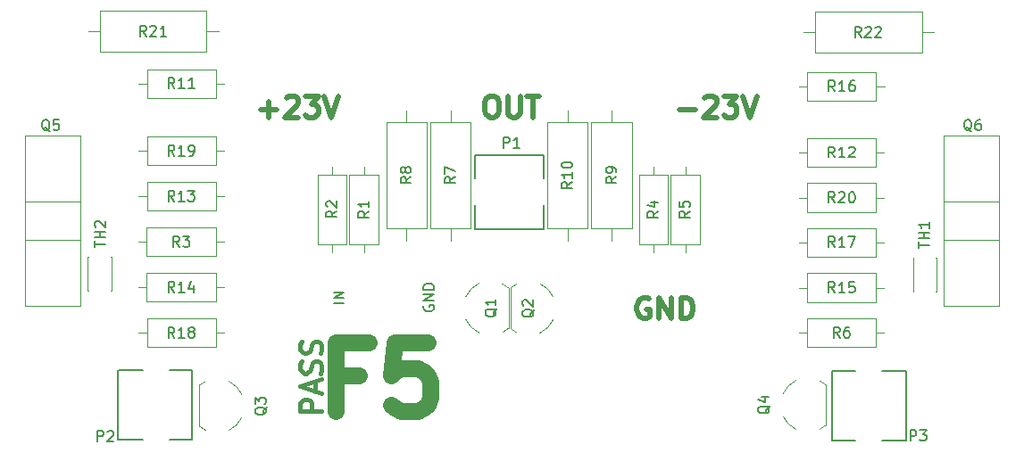
<source format=gbr>
%TF.GenerationSoftware,KiCad,Pcbnew,(6.0.0)*%
%TF.CreationDate,2022-07-31T18:03:17+01:00*%
%TF.ProjectId,PASS LABS F5,50415353-204c-4414-9253-2046352e6b69,rev?*%
%TF.SameCoordinates,Original*%
%TF.FileFunction,Legend,Top*%
%TF.FilePolarity,Positive*%
%FSLAX46Y46*%
G04 Gerber Fmt 4.6, Leading zero omitted, Abs format (unit mm)*
G04 Created by KiCad (PCBNEW (6.0.0)) date 2022-07-31 18:03:17*
%MOMM*%
%LPD*%
G01*
G04 APERTURE LIST*
%ADD10C,1.625000*%
%ADD11C,0.400000*%
%ADD12C,0.500000*%
%ADD13C,0.150000*%
%ADD14C,0.120000*%
%ADD15C,0.127000*%
G04 APERTURE END LIST*
D10*
X102393060Y-91355714D02*
X100226393Y-91355714D01*
X100226393Y-94760476D02*
X100226393Y-88260476D01*
X103321631Y-88260476D01*
X108893060Y-88260476D02*
X105797822Y-88260476D01*
X105488298Y-91355714D01*
X105797822Y-91046190D01*
X106416869Y-90736666D01*
X107964488Y-90736666D01*
X108583536Y-91046190D01*
X108893060Y-91355714D01*
X109202584Y-91974761D01*
X109202584Y-93522380D01*
X108893060Y-94141428D01*
X108583536Y-94450952D01*
X107964488Y-94760476D01*
X106416869Y-94760476D01*
X105797822Y-94450952D01*
X105488298Y-94141428D01*
D11*
X98854761Y-94785714D02*
X96854761Y-94785714D01*
X96854761Y-94023809D01*
X96950000Y-93833333D01*
X97045238Y-93738095D01*
X97235714Y-93642857D01*
X97521428Y-93642857D01*
X97711904Y-93738095D01*
X97807142Y-93833333D01*
X97902380Y-94023809D01*
X97902380Y-94785714D01*
X98283333Y-92880952D02*
X98283333Y-91928571D01*
X98854761Y-93071428D02*
X96854761Y-92404761D01*
X98854761Y-91738095D01*
X98759523Y-91166666D02*
X98854761Y-90880952D01*
X98854761Y-90404761D01*
X98759523Y-90214285D01*
X98664285Y-90119047D01*
X98473809Y-90023809D01*
X98283333Y-90023809D01*
X98092857Y-90119047D01*
X97997619Y-90214285D01*
X97902380Y-90404761D01*
X97807142Y-90785714D01*
X97711904Y-90976190D01*
X97616666Y-91071428D01*
X97426190Y-91166666D01*
X97235714Y-91166666D01*
X97045238Y-91071428D01*
X96950000Y-90976190D01*
X96854761Y-90785714D01*
X96854761Y-90309523D01*
X96950000Y-90023809D01*
X98759523Y-89261904D02*
X98854761Y-88976190D01*
X98854761Y-88500000D01*
X98759523Y-88309523D01*
X98664285Y-88214285D01*
X98473809Y-88119047D01*
X98283333Y-88119047D01*
X98092857Y-88214285D01*
X97997619Y-88309523D01*
X97902380Y-88500000D01*
X97807142Y-88880952D01*
X97711904Y-89071428D01*
X97616666Y-89166666D01*
X97426190Y-89261904D01*
X97235714Y-89261904D01*
X97045238Y-89166666D01*
X96950000Y-89071428D01*
X96854761Y-88880952D01*
X96854761Y-88404761D01*
X96950000Y-88119047D01*
D12*
%TO.C,J5*%
X129916190Y-84080000D02*
X129725714Y-83984761D01*
X129440000Y-83984761D01*
X129154285Y-84080000D01*
X128963809Y-84270476D01*
X128868571Y-84460952D01*
X128773333Y-84841904D01*
X128773333Y-85127619D01*
X128868571Y-85508571D01*
X128963809Y-85699047D01*
X129154285Y-85889523D01*
X129440000Y-85984761D01*
X129630476Y-85984761D01*
X129916190Y-85889523D01*
X130011428Y-85794285D01*
X130011428Y-85127619D01*
X129630476Y-85127619D01*
X130868571Y-85984761D02*
X130868571Y-83984761D01*
X132011428Y-85984761D01*
X132011428Y-83984761D01*
X132963809Y-85984761D02*
X132963809Y-83984761D01*
X133440000Y-83984761D01*
X133725714Y-84080000D01*
X133916190Y-84270476D01*
X134011428Y-84460952D01*
X134106666Y-84841904D01*
X134106666Y-85127619D01*
X134011428Y-85508571D01*
X133916190Y-85699047D01*
X133725714Y-85889523D01*
X133440000Y-85984761D01*
X132963809Y-85984761D01*
%TO.C,J1*%
X93123636Y-66112868D02*
X94647446Y-66112868D01*
X93885541Y-66874772D02*
X93885541Y-65350963D01*
X95504588Y-65065249D02*
X95599826Y-64970011D01*
X95790303Y-64874772D01*
X96266493Y-64874772D01*
X96456969Y-64970011D01*
X96552207Y-65065249D01*
X96647446Y-65255725D01*
X96647446Y-65446201D01*
X96552207Y-65731915D01*
X95409350Y-66874772D01*
X96647446Y-66874772D01*
X97314112Y-64874772D02*
X98552207Y-64874772D01*
X97885541Y-65636677D01*
X98171255Y-65636677D01*
X98361731Y-65731915D01*
X98456969Y-65827153D01*
X98552207Y-66017630D01*
X98552207Y-66493820D01*
X98456969Y-66684296D01*
X98361731Y-66779534D01*
X98171255Y-66874772D01*
X97599826Y-66874772D01*
X97409350Y-66779534D01*
X97314112Y-66684296D01*
X99123636Y-64874772D02*
X99790303Y-66874772D01*
X100456969Y-64874772D01*
D13*
%TO.C,Q4*%
X141377619Y-94255238D02*
X141330000Y-94350476D01*
X141234761Y-94445714D01*
X141091904Y-94588571D01*
X141044285Y-94683809D01*
X141044285Y-94779047D01*
X141282380Y-94731428D02*
X141234761Y-94826666D01*
X141139523Y-94921904D01*
X140949047Y-94969523D01*
X140615714Y-94969523D01*
X140425238Y-94921904D01*
X140330000Y-94826666D01*
X140282380Y-94731428D01*
X140282380Y-94540952D01*
X140330000Y-94445714D01*
X140425238Y-94350476D01*
X140615714Y-94302857D01*
X140949047Y-94302857D01*
X141139523Y-94350476D01*
X141234761Y-94445714D01*
X141282380Y-94540952D01*
X141282380Y-94731428D01*
X140615714Y-93445714D02*
X141282380Y-93445714D01*
X140234761Y-93683809D02*
X140949047Y-93921904D01*
X140949047Y-93302857D01*
%TO.C,R4*%
X130777615Y-75790833D02*
X130301425Y-76124167D01*
X130777615Y-76362262D02*
X129777615Y-76362262D01*
X129777615Y-75981309D01*
X129825235Y-75886071D01*
X129872854Y-75838452D01*
X129968092Y-75790833D01*
X130110949Y-75790833D01*
X130206187Y-75838452D01*
X130253806Y-75886071D01*
X130301425Y-75981309D01*
X130301425Y-76362262D01*
X130110949Y-74933690D02*
X130777615Y-74933690D01*
X129729996Y-75171786D02*
X130444282Y-75409881D01*
X130444282Y-74790833D01*
%TO.C,GND*%
X108567626Y-84741904D02*
X108520006Y-84837142D01*
X108520006Y-84980000D01*
X108567626Y-85122857D01*
X108662864Y-85218095D01*
X108758102Y-85265714D01*
X108948578Y-85313333D01*
X109091435Y-85313333D01*
X109281911Y-85265714D01*
X109377149Y-85218095D01*
X109472387Y-85122857D01*
X109520006Y-84980000D01*
X109520006Y-84884761D01*
X109472387Y-84741904D01*
X109424768Y-84694285D01*
X109091435Y-84694285D01*
X109091435Y-84884761D01*
X109520006Y-84265714D02*
X108520006Y-84265714D01*
X109520006Y-83694285D01*
X108520006Y-83694285D01*
X109520006Y-83218095D02*
X108520006Y-83218095D01*
X108520006Y-82980000D01*
X108567626Y-82837142D01*
X108662864Y-82741904D01*
X108758102Y-82694285D01*
X108948578Y-82646666D01*
X109091435Y-82646666D01*
X109281911Y-82694285D01*
X109377149Y-82741904D01*
X109472387Y-82837142D01*
X109520006Y-82980000D01*
X109520006Y-83218095D01*
%TO.C,R3*%
X85383333Y-79164417D02*
X85050000Y-78688227D01*
X84811904Y-79164417D02*
X84811904Y-78164417D01*
X85192857Y-78164417D01*
X85288095Y-78212037D01*
X85335714Y-78259656D01*
X85383333Y-78354894D01*
X85383333Y-78497751D01*
X85335714Y-78592989D01*
X85288095Y-78640608D01*
X85192857Y-78688227D01*
X84811904Y-78688227D01*
X85716666Y-78164417D02*
X86335714Y-78164417D01*
X86002380Y-78545370D01*
X86145238Y-78545370D01*
X86240476Y-78592989D01*
X86288095Y-78640608D01*
X86335714Y-78735846D01*
X86335714Y-78973941D01*
X86288095Y-79069179D01*
X86240476Y-79116798D01*
X86145238Y-79164417D01*
X85859523Y-79164417D01*
X85764285Y-79116798D01*
X85716666Y-79069179D01*
%TO.C,R10*%
X122622132Y-73012857D02*
X122145942Y-73346190D01*
X122622132Y-73584285D02*
X121622132Y-73584285D01*
X121622132Y-73203333D01*
X121669752Y-73108095D01*
X121717371Y-73060476D01*
X121812609Y-73012857D01*
X121955466Y-73012857D01*
X122050704Y-73060476D01*
X122098323Y-73108095D01*
X122145942Y-73203333D01*
X122145942Y-73584285D01*
X122622132Y-72060476D02*
X122622132Y-72631904D01*
X122622132Y-72346190D02*
X121622132Y-72346190D01*
X121764990Y-72441428D01*
X121860228Y-72536666D01*
X121907847Y-72631904D01*
X121622132Y-71441428D02*
X121622132Y-71346190D01*
X121669752Y-71250952D01*
X121717371Y-71203333D01*
X121812609Y-71155714D01*
X122003085Y-71108095D01*
X122241180Y-71108095D01*
X122431656Y-71155714D01*
X122526894Y-71203333D01*
X122574513Y-71250952D01*
X122622132Y-71346190D01*
X122622132Y-71441428D01*
X122574513Y-71536666D01*
X122526894Y-71584285D01*
X122431656Y-71631904D01*
X122241180Y-71679523D01*
X122003085Y-71679523D01*
X121812609Y-71631904D01*
X121717371Y-71584285D01*
X121669752Y-71536666D01*
X121622132Y-71441428D01*
%TO.C,R1*%
X103347377Y-75790833D02*
X102871187Y-76124167D01*
X103347377Y-76362262D02*
X102347377Y-76362262D01*
X102347377Y-75981309D01*
X102394997Y-75886071D01*
X102442616Y-75838452D01*
X102537854Y-75790833D01*
X102680711Y-75790833D01*
X102775949Y-75838452D01*
X102823568Y-75886071D01*
X102871187Y-75981309D01*
X102871187Y-76362262D01*
X103347377Y-74838452D02*
X103347377Y-75409881D01*
X103347377Y-75124167D02*
X102347377Y-75124167D01*
X102490235Y-75219405D01*
X102585473Y-75314643D01*
X102633092Y-75409881D01*
%TO.C,R21*%
X82232741Y-59165846D02*
X81899408Y-58689656D01*
X81661313Y-59165846D02*
X81661313Y-58165846D01*
X82042265Y-58165846D01*
X82137503Y-58213466D01*
X82185122Y-58261085D01*
X82232741Y-58356323D01*
X82232741Y-58499180D01*
X82185122Y-58594418D01*
X82137503Y-58642037D01*
X82042265Y-58689656D01*
X81661313Y-58689656D01*
X82613694Y-58261085D02*
X82661313Y-58213466D01*
X82756551Y-58165846D01*
X82994646Y-58165846D01*
X83089884Y-58213466D01*
X83137503Y-58261085D01*
X83185122Y-58356323D01*
X83185122Y-58451561D01*
X83137503Y-58594418D01*
X82566075Y-59165846D01*
X83185122Y-59165846D01*
X84137503Y-59165846D02*
X83566075Y-59165846D01*
X83851789Y-59165846D02*
X83851789Y-58165846D01*
X83756551Y-58308704D01*
X83661313Y-58403942D01*
X83566075Y-58451561D01*
%TO.C,TH1*%
X155492380Y-79285714D02*
X155492380Y-78714285D01*
X156492380Y-79000000D02*
X155492380Y-79000000D01*
X156492380Y-78380952D02*
X155492380Y-78380952D01*
X155968571Y-78380952D02*
X155968571Y-77809523D01*
X156492380Y-77809523D02*
X155492380Y-77809523D01*
X156492380Y-76809523D02*
X156492380Y-77380952D01*
X156492380Y-77095238D02*
X155492380Y-77095238D01*
X155635238Y-77190476D01*
X155730476Y-77285714D01*
X155778095Y-77380952D01*
%TO.C,R22*%
X150029239Y-59272380D02*
X149695906Y-58796190D01*
X149457811Y-59272380D02*
X149457811Y-58272380D01*
X149838763Y-58272380D01*
X149934001Y-58320000D01*
X149981620Y-58367619D01*
X150029239Y-58462857D01*
X150029239Y-58605714D01*
X149981620Y-58700952D01*
X149934001Y-58748571D01*
X149838763Y-58796190D01*
X149457811Y-58796190D01*
X150410192Y-58367619D02*
X150457811Y-58320000D01*
X150553049Y-58272380D01*
X150791144Y-58272380D01*
X150886382Y-58320000D01*
X150934001Y-58367619D01*
X150981620Y-58462857D01*
X150981620Y-58558095D01*
X150934001Y-58700952D01*
X150362573Y-59272380D01*
X150981620Y-59272380D01*
X151362573Y-58367619D02*
X151410192Y-58320000D01*
X151505430Y-58272380D01*
X151743525Y-58272380D01*
X151838763Y-58320000D01*
X151886382Y-58367619D01*
X151934001Y-58462857D01*
X151934001Y-58558095D01*
X151886382Y-58700952D01*
X151314954Y-59272380D01*
X151934001Y-59272380D01*
%TO.C,P1*%
X116105340Y-69765837D02*
X116105340Y-68763081D01*
X116487342Y-68763081D01*
X116582843Y-68810832D01*
X116630593Y-68858582D01*
X116678344Y-68954082D01*
X116678344Y-69097333D01*
X116630593Y-69192834D01*
X116582843Y-69240584D01*
X116487342Y-69288334D01*
X116105340Y-69288334D01*
X117633349Y-69765837D02*
X117060346Y-69765837D01*
X117346848Y-69765837D02*
X117346848Y-68763081D01*
X117251347Y-68906332D01*
X117155846Y-69001833D01*
X117060346Y-69049583D01*
%TO.C,Q2*%
X119017619Y-85105238D02*
X118970000Y-85200476D01*
X118874761Y-85295714D01*
X118731904Y-85438571D01*
X118684285Y-85533809D01*
X118684285Y-85629047D01*
X118922380Y-85581428D02*
X118874761Y-85676666D01*
X118779523Y-85771904D01*
X118589047Y-85819523D01*
X118255714Y-85819523D01*
X118065238Y-85771904D01*
X117970000Y-85676666D01*
X117922380Y-85581428D01*
X117922380Y-85390952D01*
X117970000Y-85295714D01*
X118065238Y-85200476D01*
X118255714Y-85152857D01*
X118589047Y-85152857D01*
X118779523Y-85200476D01*
X118874761Y-85295714D01*
X118922380Y-85390952D01*
X118922380Y-85581428D01*
X118017619Y-84771904D02*
X117970000Y-84724285D01*
X117922380Y-84629047D01*
X117922380Y-84390952D01*
X117970000Y-84295714D01*
X118017619Y-84248095D01*
X118112857Y-84200476D01*
X118208095Y-84200476D01*
X118350952Y-84248095D01*
X118922380Y-84819523D01*
X118922380Y-84200476D01*
%TO.C,R16*%
X147547142Y-64392380D02*
X147213809Y-63916190D01*
X146975714Y-64392380D02*
X146975714Y-63392380D01*
X147356666Y-63392380D01*
X147451904Y-63440000D01*
X147499523Y-63487619D01*
X147547142Y-63582857D01*
X147547142Y-63725714D01*
X147499523Y-63820952D01*
X147451904Y-63868571D01*
X147356666Y-63916190D01*
X146975714Y-63916190D01*
X148499523Y-64392380D02*
X147928095Y-64392380D01*
X148213809Y-64392380D02*
X148213809Y-63392380D01*
X148118571Y-63535238D01*
X148023333Y-63630476D01*
X147928095Y-63678095D01*
X149356666Y-63392380D02*
X149166190Y-63392380D01*
X149070952Y-63440000D01*
X149023333Y-63487619D01*
X148928095Y-63630476D01*
X148880476Y-63820952D01*
X148880476Y-64201904D01*
X148928095Y-64297142D01*
X148975714Y-64344761D01*
X149070952Y-64392380D01*
X149261428Y-64392380D01*
X149356666Y-64344761D01*
X149404285Y-64297142D01*
X149451904Y-64201904D01*
X149451904Y-63963809D01*
X149404285Y-63868571D01*
X149356666Y-63820952D01*
X149261428Y-63773333D01*
X149070952Y-63773333D01*
X148975714Y-63820952D01*
X148928095Y-63868571D01*
X148880476Y-63963809D01*
%TO.C,R5*%
X133782380Y-75790833D02*
X133306190Y-76124167D01*
X133782380Y-76362262D02*
X132782380Y-76362262D01*
X132782380Y-75981309D01*
X132830000Y-75886071D01*
X132877619Y-75838452D01*
X132972857Y-75790833D01*
X133115714Y-75790833D01*
X133210952Y-75838452D01*
X133258571Y-75886071D01*
X133306190Y-75981309D01*
X133306190Y-76362262D01*
X132782380Y-74886071D02*
X132782380Y-75362262D01*
X133258571Y-75409881D01*
X133210952Y-75362262D01*
X133163333Y-75267024D01*
X133163333Y-75028928D01*
X133210952Y-74933690D01*
X133258571Y-74886071D01*
X133353809Y-74838452D01*
X133591904Y-74838452D01*
X133687142Y-74886071D01*
X133734761Y-74933690D01*
X133782380Y-75028928D01*
X133782380Y-75267024D01*
X133734761Y-75362262D01*
X133687142Y-75409881D01*
%TO.C,Q3*%
X93657619Y-94381677D02*
X93610000Y-94476915D01*
X93514761Y-94572153D01*
X93371904Y-94715010D01*
X93324285Y-94810248D01*
X93324285Y-94905486D01*
X93562380Y-94857867D02*
X93514761Y-94953105D01*
X93419523Y-95048343D01*
X93229047Y-95095962D01*
X92895714Y-95095962D01*
X92705238Y-95048343D01*
X92610000Y-94953105D01*
X92562380Y-94857867D01*
X92562380Y-94667391D01*
X92610000Y-94572153D01*
X92705238Y-94476915D01*
X92895714Y-94429296D01*
X93229047Y-94429296D01*
X93419523Y-94476915D01*
X93514761Y-94572153D01*
X93562380Y-94667391D01*
X93562380Y-94857867D01*
X92562380Y-94095962D02*
X92562380Y-93476915D01*
X92943333Y-93810248D01*
X92943333Y-93667391D01*
X92990952Y-93572153D01*
X93038571Y-93524534D01*
X93133809Y-93476915D01*
X93371904Y-93476915D01*
X93467142Y-93524534D01*
X93514761Y-93572153D01*
X93562380Y-93667391D01*
X93562380Y-93953105D01*
X93514761Y-94048343D01*
X93467142Y-94095962D01*
%TO.C,R8*%
X107350200Y-72536666D02*
X106874010Y-72870000D01*
X107350200Y-73108095D02*
X106350200Y-73108095D01*
X106350200Y-72727142D01*
X106397820Y-72631904D01*
X106445439Y-72584285D01*
X106540677Y-72536666D01*
X106683534Y-72536666D01*
X106778772Y-72584285D01*
X106826391Y-72631904D01*
X106874010Y-72727142D01*
X106874010Y-73108095D01*
X106778772Y-71965238D02*
X106731153Y-72060476D01*
X106683534Y-72108095D01*
X106588296Y-72155714D01*
X106540677Y-72155714D01*
X106445439Y-72108095D01*
X106397820Y-72060476D01*
X106350200Y-71965238D01*
X106350200Y-71774761D01*
X106397820Y-71679523D01*
X106445439Y-71631904D01*
X106540677Y-71584285D01*
X106588296Y-71584285D01*
X106683534Y-71631904D01*
X106731153Y-71679523D01*
X106778772Y-71774761D01*
X106778772Y-71965238D01*
X106826391Y-72060476D01*
X106874010Y-72108095D01*
X106969248Y-72155714D01*
X107159724Y-72155714D01*
X107254962Y-72108095D01*
X107302581Y-72060476D01*
X107350200Y-71965238D01*
X107350200Y-71774761D01*
X107302581Y-71679523D01*
X107254962Y-71631904D01*
X107159724Y-71584285D01*
X106969248Y-71584285D01*
X106874010Y-71631904D01*
X106826391Y-71679523D01*
X106778772Y-71774761D01*
%TO.C,R14*%
X84907142Y-83467868D02*
X84573809Y-82991678D01*
X84335714Y-83467868D02*
X84335714Y-82467868D01*
X84716666Y-82467868D01*
X84811904Y-82515488D01*
X84859523Y-82563107D01*
X84907142Y-82658345D01*
X84907142Y-82801202D01*
X84859523Y-82896440D01*
X84811904Y-82944059D01*
X84716666Y-82991678D01*
X84335714Y-82991678D01*
X85859523Y-83467868D02*
X85288095Y-83467868D01*
X85573809Y-83467868D02*
X85573809Y-82467868D01*
X85478571Y-82610726D01*
X85383333Y-82705964D01*
X85288095Y-82753583D01*
X86716666Y-82801202D02*
X86716666Y-83467868D01*
X86478571Y-82420249D02*
X86240476Y-83134535D01*
X86859523Y-83134535D01*
%TO.C,R2*%
X100305576Y-75760833D02*
X99829386Y-76094167D01*
X100305576Y-76332262D02*
X99305576Y-76332262D01*
X99305576Y-75951309D01*
X99353196Y-75856071D01*
X99400815Y-75808452D01*
X99496053Y-75760833D01*
X99638910Y-75760833D01*
X99734148Y-75808452D01*
X99781767Y-75856071D01*
X99829386Y-75951309D01*
X99829386Y-76332262D01*
X99400815Y-75379881D02*
X99353196Y-75332262D01*
X99305576Y-75237024D01*
X99305576Y-74998928D01*
X99353196Y-74903690D01*
X99400815Y-74856071D01*
X99496053Y-74808452D01*
X99591291Y-74808452D01*
X99734148Y-74856071D01*
X100305576Y-75427500D01*
X100305576Y-74808452D01*
%TO.C,P2*%
X77609870Y-97643627D02*
X77609870Y-96640871D01*
X77991872Y-96640871D01*
X78087373Y-96688622D01*
X78135123Y-96736372D01*
X78182874Y-96831872D01*
X78182874Y-96975123D01*
X78135123Y-97070624D01*
X78087373Y-97118374D01*
X77991872Y-97166124D01*
X77609870Y-97166124D01*
X78564876Y-96736372D02*
X78612626Y-96688622D01*
X78708127Y-96640871D01*
X78946878Y-96640871D01*
X79042379Y-96688622D01*
X79090129Y-96736372D01*
X79137879Y-96831872D01*
X79137879Y-96927373D01*
X79090129Y-97070624D01*
X78517126Y-97643627D01*
X79137879Y-97643627D01*
%TO.C,Q6*%
X160524761Y-68187619D02*
X160429523Y-68140000D01*
X160334285Y-68044761D01*
X160191428Y-67901904D01*
X160096190Y-67854285D01*
X160000952Y-67854285D01*
X160048571Y-68092380D02*
X159953333Y-68044761D01*
X159858095Y-67949523D01*
X159810476Y-67759047D01*
X159810476Y-67425714D01*
X159858095Y-67235238D01*
X159953333Y-67140000D01*
X160048571Y-67092380D01*
X160239047Y-67092380D01*
X160334285Y-67140000D01*
X160429523Y-67235238D01*
X160477142Y-67425714D01*
X160477142Y-67759047D01*
X160429523Y-67949523D01*
X160334285Y-68044761D01*
X160239047Y-68092380D01*
X160048571Y-68092380D01*
X161334285Y-67092380D02*
X161143809Y-67092380D01*
X161048571Y-67140000D01*
X161000952Y-67187619D01*
X160905714Y-67330476D01*
X160858095Y-67520952D01*
X160858095Y-67901904D01*
X160905714Y-67997142D01*
X160953333Y-68044761D01*
X161048571Y-68092380D01*
X161239047Y-68092380D01*
X161334285Y-68044761D01*
X161381904Y-67997142D01*
X161429523Y-67901904D01*
X161429523Y-67663809D01*
X161381904Y-67568571D01*
X161334285Y-67520952D01*
X161239047Y-67473333D01*
X161048571Y-67473333D01*
X160953333Y-67520952D01*
X160905714Y-67568571D01*
X160858095Y-67663809D01*
%TO.C,Q5*%
X73084761Y-68187619D02*
X72989523Y-68140000D01*
X72894285Y-68044761D01*
X72751428Y-67901904D01*
X72656190Y-67854285D01*
X72560952Y-67854285D01*
X72608571Y-68092380D02*
X72513333Y-68044761D01*
X72418095Y-67949523D01*
X72370476Y-67759047D01*
X72370476Y-67425714D01*
X72418095Y-67235238D01*
X72513333Y-67140000D01*
X72608571Y-67092380D01*
X72799047Y-67092380D01*
X72894285Y-67140000D01*
X72989523Y-67235238D01*
X73037142Y-67425714D01*
X73037142Y-67759047D01*
X72989523Y-67949523D01*
X72894285Y-68044761D01*
X72799047Y-68092380D01*
X72608571Y-68092380D01*
X73941904Y-67092380D02*
X73465714Y-67092380D01*
X73418095Y-67568571D01*
X73465714Y-67520952D01*
X73560952Y-67473333D01*
X73799047Y-67473333D01*
X73894285Y-67520952D01*
X73941904Y-67568571D01*
X73989523Y-67663809D01*
X73989523Y-67901904D01*
X73941904Y-67997142D01*
X73894285Y-68044761D01*
X73799047Y-68092380D01*
X73560952Y-68092380D01*
X73465714Y-68044761D01*
X73418095Y-67997142D01*
%TO.C,IN*%
X100990042Y-84523809D02*
X99990042Y-84523809D01*
X100990042Y-84047619D02*
X99990042Y-84047619D01*
X100990042Y-83476190D01*
X99990042Y-83476190D01*
%TO.C,R9*%
X126818213Y-72536666D02*
X126342023Y-72870000D01*
X126818213Y-73108095D02*
X125818213Y-73108095D01*
X125818213Y-72727142D01*
X125865833Y-72631904D01*
X125913452Y-72584285D01*
X126008690Y-72536666D01*
X126151547Y-72536666D01*
X126246785Y-72584285D01*
X126294404Y-72631904D01*
X126342023Y-72727142D01*
X126342023Y-73108095D01*
X126818213Y-72060476D02*
X126818213Y-71870000D01*
X126770594Y-71774761D01*
X126722975Y-71727142D01*
X126580118Y-71631904D01*
X126389642Y-71584285D01*
X126008690Y-71584285D01*
X125913452Y-71631904D01*
X125865833Y-71679523D01*
X125818213Y-71774761D01*
X125818213Y-71965238D01*
X125865833Y-72060476D01*
X125913452Y-72108095D01*
X126008690Y-72155714D01*
X126246785Y-72155714D01*
X126342023Y-72108095D01*
X126389642Y-72060476D01*
X126437261Y-71965238D01*
X126437261Y-71774761D01*
X126389642Y-71679523D01*
X126342023Y-71631904D01*
X126246785Y-71584285D01*
%TO.C,R6*%
X148000759Y-87794909D02*
X147667426Y-87318719D01*
X147429330Y-87794909D02*
X147429330Y-86794909D01*
X147810283Y-86794909D01*
X147905521Y-86842529D01*
X147953140Y-86890148D01*
X148000759Y-86985386D01*
X148000759Y-87128243D01*
X147953140Y-87223481D01*
X147905521Y-87271100D01*
X147810283Y-87318719D01*
X147429330Y-87318719D01*
X148857902Y-86794909D02*
X148667426Y-86794909D01*
X148572187Y-86842529D01*
X148524568Y-86890148D01*
X148429330Y-87033005D01*
X148381711Y-87223481D01*
X148381711Y-87604433D01*
X148429330Y-87699671D01*
X148476949Y-87747290D01*
X148572187Y-87794909D01*
X148762664Y-87794909D01*
X148857902Y-87747290D01*
X148905521Y-87699671D01*
X148953140Y-87604433D01*
X148953140Y-87366338D01*
X148905521Y-87271100D01*
X148857902Y-87223481D01*
X148762664Y-87175862D01*
X148572187Y-87175862D01*
X148476949Y-87223481D01*
X148429330Y-87271100D01*
X148381711Y-87366338D01*
%TO.C,R12*%
X147534568Y-70675851D02*
X147201235Y-70199661D01*
X146963140Y-70675851D02*
X146963140Y-69675851D01*
X147344092Y-69675851D01*
X147439330Y-69723471D01*
X147486949Y-69771090D01*
X147534568Y-69866328D01*
X147534568Y-70009185D01*
X147486949Y-70104423D01*
X147439330Y-70152042D01*
X147344092Y-70199661D01*
X146963140Y-70199661D01*
X148486949Y-70675851D02*
X147915521Y-70675851D01*
X148201235Y-70675851D02*
X148201235Y-69675851D01*
X148105997Y-69818709D01*
X148010759Y-69913947D01*
X147915521Y-69961566D01*
X148867902Y-69771090D02*
X148915521Y-69723471D01*
X149010759Y-69675851D01*
X149248854Y-69675851D01*
X149344092Y-69723471D01*
X149391711Y-69771090D01*
X149439330Y-69866328D01*
X149439330Y-69961566D01*
X149391711Y-70104423D01*
X148820283Y-70675851D01*
X149439330Y-70675851D01*
D12*
%TO.C,J3*%
X114830000Y-64874772D02*
X115210952Y-64874772D01*
X115401428Y-64970011D01*
X115591904Y-65160487D01*
X115687142Y-65541439D01*
X115687142Y-66208106D01*
X115591904Y-66589058D01*
X115401428Y-66779534D01*
X115210952Y-66874772D01*
X114830000Y-66874772D01*
X114639523Y-66779534D01*
X114449047Y-66589058D01*
X114353809Y-66208106D01*
X114353809Y-65541439D01*
X114449047Y-65160487D01*
X114639523Y-64970011D01*
X114830000Y-64874772D01*
X116544285Y-64874772D02*
X116544285Y-66493820D01*
X116639523Y-66684296D01*
X116734761Y-66779534D01*
X116925238Y-66874772D01*
X117306190Y-66874772D01*
X117496666Y-66779534D01*
X117591904Y-66684296D01*
X117687142Y-66493820D01*
X117687142Y-64874772D01*
X118353809Y-64874772D02*
X119496666Y-64874772D01*
X118925238Y-66874772D02*
X118925238Y-64874772D01*
D13*
%TO.C,R19*%
X84915749Y-70510050D02*
X84582416Y-70033860D01*
X84344321Y-70510050D02*
X84344321Y-69510050D01*
X84725273Y-69510050D01*
X84820511Y-69557670D01*
X84868130Y-69605289D01*
X84915749Y-69700527D01*
X84915749Y-69843384D01*
X84868130Y-69938622D01*
X84820511Y-69986241D01*
X84725273Y-70033860D01*
X84344321Y-70033860D01*
X85868130Y-70510050D02*
X85296702Y-70510050D01*
X85582416Y-70510050D02*
X85582416Y-69510050D01*
X85487178Y-69652908D01*
X85391940Y-69748146D01*
X85296702Y-69795765D01*
X86344321Y-70510050D02*
X86534797Y-70510050D01*
X86630035Y-70462431D01*
X86677654Y-70414812D01*
X86772892Y-70271955D01*
X86820511Y-70081479D01*
X86820511Y-69700527D01*
X86772892Y-69605289D01*
X86725273Y-69557670D01*
X86630035Y-69510050D01*
X86439559Y-69510050D01*
X86344321Y-69557670D01*
X86296702Y-69605289D01*
X86249083Y-69700527D01*
X86249083Y-69938622D01*
X86296702Y-70033860D01*
X86344321Y-70081479D01*
X86439559Y-70129098D01*
X86630035Y-70129098D01*
X86725273Y-70081479D01*
X86772892Y-70033860D01*
X86820511Y-69938622D01*
%TO.C,R13*%
X84900840Y-74835759D02*
X84567507Y-74359569D01*
X84329412Y-74835759D02*
X84329412Y-73835759D01*
X84710364Y-73835759D01*
X84805602Y-73883379D01*
X84853221Y-73930998D01*
X84900840Y-74026236D01*
X84900840Y-74169093D01*
X84853221Y-74264331D01*
X84805602Y-74311950D01*
X84710364Y-74359569D01*
X84329412Y-74359569D01*
X85853221Y-74835759D02*
X85281793Y-74835759D01*
X85567507Y-74835759D02*
X85567507Y-73835759D01*
X85472269Y-73978617D01*
X85377031Y-74073855D01*
X85281793Y-74121474D01*
X86186555Y-73835759D02*
X86805602Y-73835759D01*
X86472269Y-74216712D01*
X86615126Y-74216712D01*
X86710364Y-74264331D01*
X86757983Y-74311950D01*
X86805602Y-74407188D01*
X86805602Y-74645283D01*
X86757983Y-74740521D01*
X86710364Y-74788140D01*
X86615126Y-74835759D01*
X86329412Y-74835759D01*
X86234174Y-74788140D01*
X86186555Y-74740521D01*
%TO.C,R11*%
X84918375Y-64098584D02*
X84585042Y-63622394D01*
X84346947Y-64098584D02*
X84346947Y-63098584D01*
X84727899Y-63098584D01*
X84823137Y-63146204D01*
X84870756Y-63193823D01*
X84918375Y-63289061D01*
X84918375Y-63431918D01*
X84870756Y-63527156D01*
X84823137Y-63574775D01*
X84727899Y-63622394D01*
X84346947Y-63622394D01*
X85870756Y-64098584D02*
X85299328Y-64098584D01*
X85585042Y-64098584D02*
X85585042Y-63098584D01*
X85489804Y-63241442D01*
X85394566Y-63336680D01*
X85299328Y-63384299D01*
X86823137Y-64098584D02*
X86251709Y-64098584D01*
X86537423Y-64098584D02*
X86537423Y-63098584D01*
X86442185Y-63241442D01*
X86346947Y-63336680D01*
X86251709Y-63384299D01*
%TO.C,TH2*%
X77352380Y-79195714D02*
X77352380Y-78624285D01*
X78352380Y-78910000D02*
X77352380Y-78910000D01*
X78352380Y-78290952D02*
X77352380Y-78290952D01*
X77828571Y-78290952D02*
X77828571Y-77719523D01*
X78352380Y-77719523D02*
X77352380Y-77719523D01*
X77447619Y-77290952D02*
X77400000Y-77243333D01*
X77352380Y-77148095D01*
X77352380Y-76910000D01*
X77400000Y-76814761D01*
X77447619Y-76767142D01*
X77542857Y-76719523D01*
X77638095Y-76719523D01*
X77780952Y-76767142D01*
X78352380Y-77338571D01*
X78352380Y-76719523D01*
%TO.C,R15*%
X147534568Y-83506264D02*
X147201235Y-83030074D01*
X146963140Y-83506264D02*
X146963140Y-82506264D01*
X147344092Y-82506264D01*
X147439330Y-82553884D01*
X147486949Y-82601503D01*
X147534568Y-82696741D01*
X147534568Y-82839598D01*
X147486949Y-82934836D01*
X147439330Y-82982455D01*
X147344092Y-83030074D01*
X146963140Y-83030074D01*
X148486949Y-83506264D02*
X147915521Y-83506264D01*
X148201235Y-83506264D02*
X148201235Y-82506264D01*
X148105997Y-82649122D01*
X148010759Y-82744360D01*
X147915521Y-82791979D01*
X149391711Y-82506264D02*
X148915521Y-82506264D01*
X148867902Y-82982455D01*
X148915521Y-82934836D01*
X149010759Y-82887217D01*
X149248854Y-82887217D01*
X149344092Y-82934836D01*
X149391711Y-82982455D01*
X149439330Y-83077693D01*
X149439330Y-83315788D01*
X149391711Y-83411026D01*
X149344092Y-83458645D01*
X149248854Y-83506264D01*
X149010759Y-83506264D01*
X148915521Y-83458645D01*
X148867902Y-83411026D01*
%TO.C,Q1*%
X115487619Y-85045238D02*
X115440000Y-85140476D01*
X115344761Y-85235714D01*
X115201904Y-85378571D01*
X115154285Y-85473809D01*
X115154285Y-85569047D01*
X115392380Y-85521428D02*
X115344761Y-85616666D01*
X115249523Y-85711904D01*
X115059047Y-85759523D01*
X114725714Y-85759523D01*
X114535238Y-85711904D01*
X114440000Y-85616666D01*
X114392380Y-85521428D01*
X114392380Y-85330952D01*
X114440000Y-85235714D01*
X114535238Y-85140476D01*
X114725714Y-85092857D01*
X115059047Y-85092857D01*
X115249523Y-85140476D01*
X115344761Y-85235714D01*
X115392380Y-85330952D01*
X115392380Y-85521428D01*
X115392380Y-84140476D02*
X115392380Y-84711904D01*
X115392380Y-84426190D02*
X114392380Y-84426190D01*
X114535238Y-84521428D01*
X114630476Y-84616666D01*
X114678095Y-84711904D01*
D12*
%TO.C,J2*%
X132806190Y-66112868D02*
X134330000Y-66112868D01*
X135187142Y-65065249D02*
X135282380Y-64970011D01*
X135472857Y-64874772D01*
X135949047Y-64874772D01*
X136139523Y-64970011D01*
X136234761Y-65065249D01*
X136330000Y-65255725D01*
X136330000Y-65446201D01*
X136234761Y-65731915D01*
X135091904Y-66874772D01*
X136330000Y-66874772D01*
X136996666Y-64874772D02*
X138234761Y-64874772D01*
X137568095Y-65636677D01*
X137853809Y-65636677D01*
X138044285Y-65731915D01*
X138139523Y-65827153D01*
X138234761Y-66017630D01*
X138234761Y-66493820D01*
X138139523Y-66684296D01*
X138044285Y-66779534D01*
X137853809Y-66874772D01*
X137282380Y-66874772D01*
X137091904Y-66779534D01*
X136996666Y-66684296D01*
X138806190Y-64874772D02*
X139472857Y-66874772D01*
X140139523Y-64874772D01*
D13*
%TO.C,R20*%
X147534568Y-74959322D02*
X147201235Y-74483132D01*
X146963140Y-74959322D02*
X146963140Y-73959322D01*
X147344092Y-73959322D01*
X147439330Y-74006942D01*
X147486949Y-74054561D01*
X147534568Y-74149799D01*
X147534568Y-74292656D01*
X147486949Y-74387894D01*
X147439330Y-74435513D01*
X147344092Y-74483132D01*
X146963140Y-74483132D01*
X147915521Y-74054561D02*
X147963140Y-74006942D01*
X148058378Y-73959322D01*
X148296473Y-73959322D01*
X148391711Y-74006942D01*
X148439330Y-74054561D01*
X148486949Y-74149799D01*
X148486949Y-74245037D01*
X148439330Y-74387894D01*
X147867902Y-74959322D01*
X148486949Y-74959322D01*
X149105997Y-73959322D02*
X149201235Y-73959322D01*
X149296473Y-74006942D01*
X149344092Y-74054561D01*
X149391711Y-74149799D01*
X149439330Y-74340275D01*
X149439330Y-74578370D01*
X149391711Y-74768846D01*
X149344092Y-74864084D01*
X149296473Y-74911703D01*
X149201235Y-74959322D01*
X149105997Y-74959322D01*
X149010759Y-74911703D01*
X148963140Y-74864084D01*
X148915521Y-74768846D01*
X148867902Y-74578370D01*
X148867902Y-74340275D01*
X148915521Y-74149799D01*
X148963140Y-74054561D01*
X149010759Y-74006942D01*
X149105997Y-73959322D01*
%TO.C,R17*%
X147544568Y-79192793D02*
X147211235Y-78716603D01*
X146973140Y-79192793D02*
X146973140Y-78192793D01*
X147354092Y-78192793D01*
X147449330Y-78240413D01*
X147496949Y-78288032D01*
X147544568Y-78383270D01*
X147544568Y-78526127D01*
X147496949Y-78621365D01*
X147449330Y-78668984D01*
X147354092Y-78716603D01*
X146973140Y-78716603D01*
X148496949Y-79192793D02*
X147925521Y-79192793D01*
X148211235Y-79192793D02*
X148211235Y-78192793D01*
X148115997Y-78335651D01*
X148020759Y-78430889D01*
X147925521Y-78478508D01*
X148830283Y-78192793D02*
X149496949Y-78192793D01*
X149068378Y-79192793D01*
%TO.C,P3*%
X154689870Y-97583627D02*
X154689870Y-96580871D01*
X155071872Y-96580871D01*
X155167373Y-96628622D01*
X155215123Y-96676372D01*
X155262874Y-96771872D01*
X155262874Y-96915123D01*
X155215123Y-97010624D01*
X155167373Y-97058374D01*
X155071872Y-97106124D01*
X154689870Y-97106124D01*
X155597126Y-96580871D02*
X156217879Y-96580871D01*
X155883627Y-96962874D01*
X156026878Y-96962874D01*
X156122379Y-97010624D01*
X156170129Y-97058374D01*
X156217879Y-97153875D01*
X156217879Y-97392626D01*
X156170129Y-97488127D01*
X156122379Y-97535877D01*
X156026878Y-97583627D01*
X155740376Y-97583627D01*
X155644876Y-97535877D01*
X155597126Y-97488127D01*
%TO.C,R7*%
X111546282Y-72536666D02*
X111070092Y-72870000D01*
X111546282Y-73108095D02*
X110546282Y-73108095D01*
X110546282Y-72727142D01*
X110593902Y-72631904D01*
X110641521Y-72584285D01*
X110736759Y-72536666D01*
X110879616Y-72536666D01*
X110974854Y-72584285D01*
X111022473Y-72631904D01*
X111070092Y-72727142D01*
X111070092Y-73108095D01*
X110546282Y-72203333D02*
X110546282Y-71536666D01*
X111546282Y-71965238D01*
%TO.C,R18*%
X84915749Y-87803936D02*
X84582416Y-87327746D01*
X84344321Y-87803936D02*
X84344321Y-86803936D01*
X84725273Y-86803936D01*
X84820511Y-86851556D01*
X84868130Y-86899175D01*
X84915749Y-86994413D01*
X84915749Y-87137270D01*
X84868130Y-87232508D01*
X84820511Y-87280127D01*
X84725273Y-87327746D01*
X84344321Y-87327746D01*
X85868130Y-87803936D02*
X85296702Y-87803936D01*
X85582416Y-87803936D02*
X85582416Y-86803936D01*
X85487178Y-86946794D01*
X85391940Y-87042032D01*
X85296702Y-87089651D01*
X86439559Y-87232508D02*
X86344321Y-87184889D01*
X86296702Y-87137270D01*
X86249083Y-87042032D01*
X86249083Y-86994413D01*
X86296702Y-86899175D01*
X86344321Y-86851556D01*
X86439559Y-86803936D01*
X86630035Y-86803936D01*
X86725273Y-86851556D01*
X86772892Y-86899175D01*
X86820511Y-86994413D01*
X86820511Y-87042032D01*
X86772892Y-87137270D01*
X86725273Y-87184889D01*
X86630035Y-87232508D01*
X86439559Y-87232508D01*
X86344321Y-87280127D01*
X86296702Y-87327746D01*
X86249083Y-87422984D01*
X86249083Y-87613460D01*
X86296702Y-87708698D01*
X86344321Y-87756317D01*
X86439559Y-87803936D01*
X86630035Y-87803936D01*
X86725273Y-87756317D01*
X86772892Y-87708698D01*
X86820511Y-87613460D01*
X86820511Y-87422984D01*
X86772892Y-87327746D01*
X86725273Y-87280127D01*
X86630035Y-87232508D01*
D14*
%TO.C,Q4*%
X146680000Y-96110000D02*
X146680000Y-92260000D01*
X146680000Y-92260000D02*
G75*
G03*
X146092264Y-91867617I-1699985J-1909979D01*
G01*
X142630000Y-95260000D02*
G75*
G03*
X143885214Y-96517774I2349996J1089997D01*
G01*
X143890487Y-91833537D02*
G75*
G03*
X142630000Y-93110000I1089508J-2336458D01*
G01*
X146102045Y-96492631D02*
G75*
G03*
X146680000Y-96110000I-1122056J2322647D01*
G01*
%TO.C,R4*%
X130350000Y-71584167D02*
X130350000Y-72354167D01*
X131720000Y-78894167D02*
X131720000Y-72354167D01*
X128980000Y-72354167D02*
X128980000Y-78894167D01*
X128980000Y-78894167D02*
X131720000Y-78894167D01*
X131720000Y-72354167D02*
X128980000Y-72354167D01*
X130350000Y-79664167D02*
X130350000Y-78894167D01*
%TO.C,R3*%
X89600000Y-78677992D02*
X88830000Y-78677992D01*
X81520000Y-78677992D02*
X82290000Y-78677992D01*
X88830000Y-80047992D02*
X88830000Y-77307992D01*
X82290000Y-80047992D02*
X88830000Y-80047992D01*
X88830000Y-77307992D02*
X82290000Y-77307992D01*
X82290000Y-77307992D02*
X82290000Y-80047992D01*
%TO.C,R10*%
X120259752Y-67310000D02*
X120259752Y-77450000D01*
X122179752Y-78560000D02*
X122179752Y-77450000D01*
X124099752Y-67310000D02*
X120259752Y-67310000D01*
X120259752Y-77450000D02*
X124099752Y-77450000D01*
X122179752Y-66200000D02*
X122179752Y-67310000D01*
X124099752Y-77450000D02*
X124099752Y-67310000D01*
%TO.C,R1*%
X104240000Y-78894167D02*
X104240000Y-72354167D01*
X101500000Y-78894167D02*
X104240000Y-78894167D01*
X102870000Y-71584167D02*
X102870000Y-72354167D01*
X102870000Y-79664167D02*
X102870000Y-78894167D01*
X101500000Y-72354167D02*
X101500000Y-78894167D01*
X104240000Y-72354167D02*
X101500000Y-72354167D01*
%TO.C,R21*%
X76713432Y-58710000D02*
X77823432Y-58710000D01*
X77823432Y-60630000D02*
X87963432Y-60630000D01*
X87963432Y-56790000D02*
X77823432Y-56790000D01*
X89073432Y-58710000D02*
X87963432Y-58710000D01*
X87963432Y-60630000D02*
X87963432Y-56790000D01*
X77823432Y-56790000D02*
X77823432Y-60630000D01*
%TO.C,TH1*%
X157180000Y-83400000D02*
X157180000Y-80160000D01*
X157115000Y-83400000D02*
X157180000Y-83400000D01*
X154940000Y-83400000D02*
X154940000Y-80160000D01*
X157115000Y-80160000D02*
X157180000Y-80160000D01*
X154940000Y-80160000D02*
X155005000Y-80160000D01*
X154940000Y-83400000D02*
X155005000Y-83400000D01*
%TO.C,R22*%
X155812097Y-60710000D02*
X155812097Y-56870000D01*
X145672097Y-60710000D02*
X155812097Y-60710000D01*
X156922097Y-58790000D02*
X155812097Y-58790000D01*
X155812097Y-56870000D02*
X145672097Y-56870000D01*
X145672097Y-56870000D02*
X145672097Y-60710000D01*
X144562097Y-58790000D02*
X145672097Y-58790000D01*
D15*
%TO.C,P1*%
X119970000Y-77490000D02*
X113370000Y-77490000D01*
X119970000Y-75195000D02*
X119970000Y-77480000D01*
X119970000Y-70490000D02*
X119970000Y-72655000D01*
X113370000Y-72655000D02*
X113370000Y-70490000D01*
X113370000Y-77480000D02*
X113370000Y-75195000D01*
X113370000Y-70490000D02*
X119970000Y-70490000D01*
D14*
%TO.C,Q2*%
X116790000Y-83075205D02*
X116790000Y-86925205D01*
X116790000Y-86925205D02*
G75*
G03*
X117377736Y-87317588I1699985J1909979D01*
G01*
X117367955Y-82692574D02*
G75*
G03*
X116790000Y-83075205I1122056J-2322647D01*
G01*
X120840000Y-83925205D02*
G75*
G03*
X119584786Y-82667431I-2349996J-1089997D01*
G01*
X119579513Y-87351668D02*
G75*
G03*
X120840000Y-86075205I-1089508J2336458D01*
G01*
%TO.C,R16*%
X144150000Y-63940000D02*
X144920000Y-63940000D01*
X144920000Y-62570000D02*
X144920000Y-65310000D01*
X152230000Y-63940000D02*
X151460000Y-63940000D01*
X151460000Y-65310000D02*
X151460000Y-62570000D01*
X151460000Y-62570000D02*
X144920000Y-62570000D01*
X144920000Y-65310000D02*
X151460000Y-65310000D01*
%TO.C,R5*%
X134730000Y-78894167D02*
X134730000Y-72354167D01*
X131990000Y-78894167D02*
X134730000Y-78894167D01*
X131990000Y-72354167D02*
X131990000Y-78894167D01*
X134730000Y-72354167D02*
X131990000Y-72354167D01*
X133360000Y-79664167D02*
X133360000Y-78894167D01*
X133360000Y-71584167D02*
X133360000Y-72354167D01*
%TO.C,Q3*%
X87260000Y-92336439D02*
X87260000Y-96186439D01*
X87260000Y-96186439D02*
G75*
G03*
X87847736Y-96578822I1699985J1909979D01*
G01*
X91310000Y-93186439D02*
G75*
G03*
X90054786Y-91928665I-2349996J-1089997D01*
G01*
X90049513Y-96612902D02*
G75*
G03*
X91310000Y-95336439I-1089508J2336458D01*
G01*
X87837955Y-91953808D02*
G75*
G03*
X87260000Y-92336439I1122056J-2322647D01*
G01*
%TO.C,R8*%
X108827820Y-67310000D02*
X104987820Y-67310000D01*
X106907820Y-66200000D02*
X106907820Y-67310000D01*
X104987820Y-67310000D02*
X104987820Y-77450000D01*
X108827820Y-77450000D02*
X108827820Y-67310000D01*
X106907820Y-78560000D02*
X106907820Y-77450000D01*
X104987820Y-77450000D02*
X108827820Y-77450000D01*
%TO.C,R14*%
X88830000Y-81631463D02*
X82290000Y-81631463D01*
X82290000Y-84371463D02*
X88830000Y-84371463D01*
X89600000Y-83001463D02*
X88830000Y-83001463D01*
X81520000Y-83001463D02*
X82290000Y-83001463D01*
X88830000Y-84371463D02*
X88830000Y-81631463D01*
X82290000Y-81631463D02*
X82290000Y-84371463D01*
%TO.C,R2*%
X99850000Y-71584167D02*
X99850000Y-72354167D01*
X101220000Y-72354167D02*
X98480000Y-72354167D01*
X98480000Y-78894167D02*
X101220000Y-78894167D01*
X98480000Y-72354167D02*
X98480000Y-78894167D01*
X101220000Y-78894167D02*
X101220000Y-72354167D01*
X99850000Y-79664167D02*
X99850000Y-78894167D01*
D15*
%TO.C,P2*%
X79590000Y-90906439D02*
X81875000Y-90906439D01*
X84415000Y-90906439D02*
X86580000Y-90906439D01*
X81875000Y-97506439D02*
X79590000Y-97506439D01*
X86580000Y-90906439D02*
X86580000Y-97506439D01*
X79580000Y-97506439D02*
X79580000Y-90906439D01*
X86580000Y-97506439D02*
X84415000Y-97506439D01*
D14*
%TO.C,Q6*%
X163093908Y-74905143D02*
X157822908Y-74905143D01*
X157822908Y-68639143D02*
X157822908Y-84779143D01*
X163093908Y-68639143D02*
X163093908Y-84779143D01*
X163093908Y-84779143D02*
X157822908Y-84779143D01*
X163093908Y-68639143D02*
X157822908Y-68639143D01*
X163093908Y-78514143D02*
X157822908Y-78514143D01*
%TO.C,Q5*%
X70739000Y-74904143D02*
X76010000Y-74904143D01*
X70739000Y-84779143D02*
X76010000Y-84779143D01*
X76010000Y-84779143D02*
X76010000Y-68639143D01*
X70739000Y-68639143D02*
X76010000Y-68639143D01*
X70739000Y-84779143D02*
X70739000Y-68639143D01*
X70739000Y-78513143D02*
X76010000Y-78513143D01*
%TO.C,R9*%
X128295833Y-67310000D02*
X124455833Y-67310000D01*
X124455833Y-67310000D02*
X124455833Y-77450000D01*
X126375833Y-66200000D02*
X126375833Y-67310000D01*
X126375833Y-78560000D02*
X126375833Y-77450000D01*
X128295833Y-77450000D02*
X128295833Y-67310000D01*
X124455833Y-77450000D02*
X128295833Y-77450000D01*
%TO.C,R6*%
X144917426Y-88687357D02*
X151457426Y-88687357D01*
X144147426Y-87317357D02*
X144917426Y-87317357D01*
X144917426Y-85947357D02*
X144917426Y-88687357D01*
X151457426Y-88687357D02*
X151457426Y-85947357D01*
X151457426Y-85947357D02*
X144917426Y-85947357D01*
X152227426Y-87317357D02*
X151457426Y-87317357D01*
%TO.C,R12*%
X144917426Y-68853471D02*
X144917426Y-71593471D01*
X152227426Y-70223471D02*
X151457426Y-70223471D01*
X144917426Y-71593471D02*
X151457426Y-71593471D01*
X144147426Y-70223471D02*
X144917426Y-70223471D01*
X151457426Y-68853471D02*
X144917426Y-68853471D01*
X151457426Y-71593471D02*
X151457426Y-68853471D01*
%TO.C,R19*%
X88838607Y-68661050D02*
X82298607Y-68661050D01*
X88838607Y-71401050D02*
X88838607Y-68661050D01*
X82298607Y-71401050D02*
X88838607Y-71401050D01*
X89608607Y-70031050D02*
X88838607Y-70031050D01*
X82298607Y-68661050D02*
X82298607Y-71401050D01*
X81528607Y-70031050D02*
X82298607Y-70031050D01*
%TO.C,R13*%
X89608607Y-74354521D02*
X88838607Y-74354521D01*
X81528607Y-74354521D02*
X82298607Y-74354521D01*
X82298607Y-75724521D02*
X88838607Y-75724521D01*
X88838607Y-72984521D02*
X82298607Y-72984521D01*
X88838607Y-75724521D02*
X88838607Y-72984521D01*
X82298607Y-72984521D02*
X82298607Y-75724521D01*
%TO.C,R11*%
X88841233Y-65070000D02*
X88841233Y-62330000D01*
X88841233Y-62330000D02*
X82301233Y-62330000D01*
X81531233Y-63700000D02*
X82301233Y-63700000D01*
X89611233Y-63700000D02*
X88841233Y-63700000D01*
X82301233Y-65070000D02*
X88841233Y-65070000D01*
X82301233Y-62330000D02*
X82301233Y-65070000D01*
%TO.C,TH2*%
X76680000Y-80130000D02*
X76745000Y-80130000D01*
X78920000Y-83370000D02*
X78920000Y-80130000D01*
X78855000Y-83370000D02*
X78920000Y-83370000D01*
X78855000Y-80130000D02*
X78920000Y-80130000D01*
X76680000Y-83370000D02*
X76745000Y-83370000D01*
X76680000Y-83370000D02*
X76680000Y-80130000D01*
%TO.C,R15*%
X144917426Y-81673884D02*
X144917426Y-84413884D01*
X144147426Y-83043884D02*
X144917426Y-83043884D01*
X152227426Y-83043884D02*
X151457426Y-83043884D01*
X151457426Y-81673884D02*
X144917426Y-81673884D01*
X151457426Y-84413884D02*
X151457426Y-81673884D01*
X144917426Y-84413884D02*
X151457426Y-84413884D01*
%TO.C,Q1*%
X116590000Y-86915205D02*
X116590000Y-83065205D01*
X116590000Y-83065205D02*
G75*
G03*
X116002264Y-82672822I-1699985J-1909979D01*
G01*
X113800487Y-82638742D02*
G75*
G03*
X112540000Y-83915205I1089508J-2336458D01*
G01*
X116012045Y-87297836D02*
G75*
G03*
X116590000Y-86915205I-1122056J2322647D01*
G01*
X112540000Y-86065205D02*
G75*
G03*
X113795214Y-87322979I2349996J1089997D01*
G01*
%TO.C,R20*%
X144147426Y-74496942D02*
X144917426Y-74496942D01*
X151457426Y-75866942D02*
X151457426Y-73126942D01*
X144917426Y-73126942D02*
X144917426Y-75866942D01*
X152227426Y-74496942D02*
X151457426Y-74496942D01*
X151457426Y-73126942D02*
X144917426Y-73126942D01*
X144917426Y-75866942D02*
X151457426Y-75866942D01*
%TO.C,R17*%
X144917426Y-77400413D02*
X144917426Y-80140413D01*
X151457426Y-80140413D02*
X151457426Y-77400413D01*
X144917426Y-80140413D02*
X151457426Y-80140413D01*
X152227426Y-78770413D02*
X151457426Y-78770413D01*
X151457426Y-77400413D02*
X144917426Y-77400413D01*
X144147426Y-78770413D02*
X144917426Y-78770413D01*
D15*
%TO.C,P3*%
X154280000Y-97540000D02*
X151995000Y-97540000D01*
X149455000Y-97540000D02*
X147290000Y-97540000D01*
X151995000Y-90940000D02*
X154280000Y-90940000D01*
X147290000Y-97540000D02*
X147290000Y-90940000D01*
X154290000Y-90940000D02*
X154290000Y-97540000D01*
X147290000Y-90940000D02*
X149455000Y-90940000D01*
D14*
%TO.C,R7*%
X113023902Y-67310000D02*
X109183902Y-67310000D01*
X113023902Y-77450000D02*
X113023902Y-67310000D01*
X111103902Y-78560000D02*
X111103902Y-77450000D01*
X109183902Y-67310000D02*
X109183902Y-77450000D01*
X111103902Y-66200000D02*
X111103902Y-67310000D01*
X109183902Y-77450000D02*
X113023902Y-77450000D01*
%TO.C,R18*%
X81528607Y-87324936D02*
X82298607Y-87324936D01*
X88838607Y-85954936D02*
X82298607Y-85954936D01*
X82298607Y-88694936D02*
X88838607Y-88694936D01*
X89608607Y-87324936D02*
X88838607Y-87324936D01*
X88838607Y-88694936D02*
X88838607Y-85954936D01*
X82298607Y-85954936D02*
X82298607Y-88694936D01*
%TD*%
M02*

</source>
